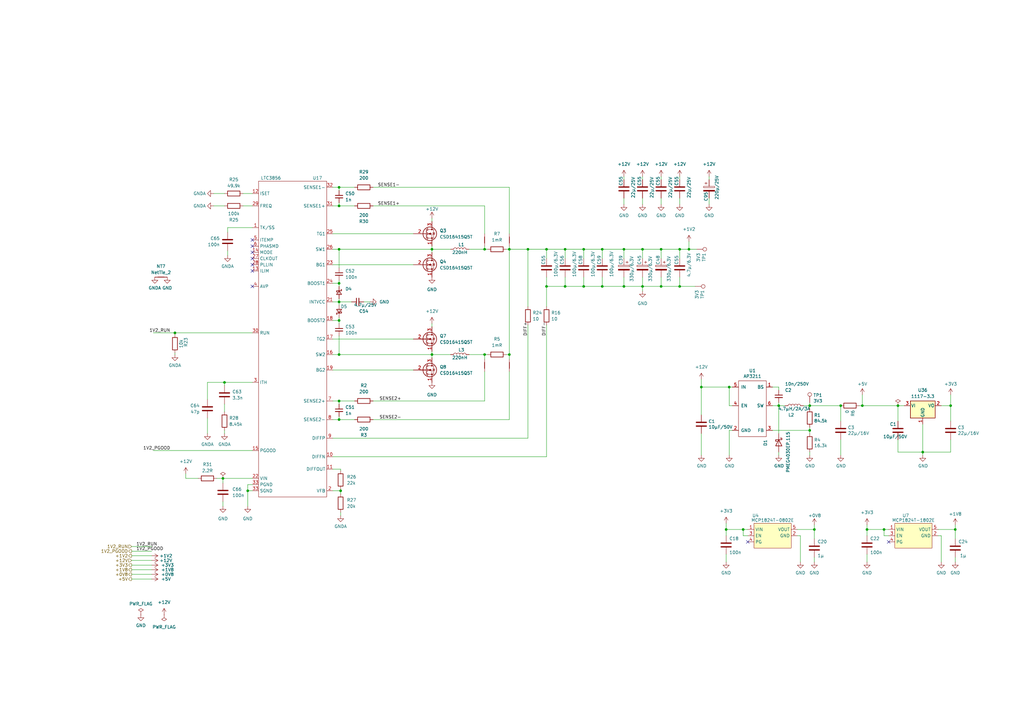
<source format=kicad_sch>
(kicad_sch (version 20231120) (generator "eeschema") (generator_version "8.0")
  (paper "A3")
  (title_block (title "BM1366 bitaxe") (date "2023-10-10") (rev "202"))
  (junction (at 101.6 201.295))
  (junction (at 139.065 76.835))
  (junction (at 355.6 217.17) (diameter 0.9144))
  (junction (at 139.065 145.415))
  (junction (at 224.155 102.235))
  (junction (at 139.065 123.825))
  (junction (at 208.915 145.415))
  (junction (at 282.575 102.235))
  (junction (at 139.065 172.085))
  (junction (at 247.015 102.235))
  (junction (at 263.525 102.235))
  (junction (at 198.755 102.235))
  (junction (at 334.01 217.17) (diameter 0.9144))
  (junction (at 71.755 136.525))
  (junction (at 139.065 164.465))
  (junction (at 91.44 196.215))
  (junction (at 297.815 217.17) (diameter 0.9144))
  (junction (at 304.8 217.17))
  (junction (at 239.395 102.235))
  (junction (at 378.46 185.42))
  (junction (at 362.585 217.17))
  (junction (at 391.795 217.17))
  (junction (at 231.775 102.235))
  (junction (at 353.695 166.37))
  (junction (at 139.065 116.205))
  (junction (at 216.535 102.235))
  (junction (at 389.89 166.37))
  (junction (at 332.105 166.37))
  (junction (at 92.075 156.845))
  (junction (at 177.165 102.235))
  (junction (at 344.805 166.37))
  (junction (at 177.165 145.415))
  (junction (at 231.775 117.475))
  (junction (at 332.105 176.53))
  (junction (at 278.765 117.475))
  (junction (at 271.145 117.475))
  (junction (at 255.905 102.235))
  (junction (at 239.395 117.475))
  (junction (at 263.525 117.475))
  (junction (at 299.085 158.75))
  (junction (at 319.405 166.37))
  (junction (at 198.755 145.415))
  (junction (at 208.915 102.235))
  (junction (at 139.065 84.455))
  (junction (at 247.015 117.475))
  (junction (at 278.765 102.235))
  (junction (at 139.065 102.235))
  (junction (at 139.065 131.445))
  (junction (at 287.655 158.75))
  (junction (at 139.7 201.295))
  (junction (at 224.155 117.475))
  (junction (at 271.145 102.235))
  (junction (at 255.905 117.475))
  (junction (at 368.3 166.37))
  (no_connect (at 103.505 98.425))
  (no_connect (at 103.505 106.045))
  (no_connect (at 103.505 117.475))
  (no_connect (at 306.705 222.25))
  (no_connect (at 103.505 103.505))
  (no_connect (at 103.505 100.965))
  (no_connect (at 103.505 111.125))
  (no_connect (at 364.49 222.25))
  (no_connect (at 103.505 108.585))
  (wire (pts (xy 192.405 145.415) (xy 198.755 145.415)))
  (wire (pts (xy 139.065 132.715) (xy 139.065 131.445)))
  (wire (pts (xy 92.075 156.845) (xy 92.075 158.115)))
  (wire (pts (xy 208.915 145.415) (xy 207.645 145.415)))
  (wire (pts (xy 62.23 233.68) (xy 53.975 233.68)))
  (wire (pts (xy 139.065 123.825) (xy 139.065 122.555)))
  (wire (pts (xy 391.795 228.6) (xy 391.795 230.505)))
  (wire (pts (xy 297.815 214.63) (xy 297.815 217.17)))
  (wire (pts (xy 139.065 116.205) (xy 139.065 117.475)))
  (wire (pts (xy 389.89 166.37) (xy 389.89 172.72)))
  (wire (pts (xy 101.6 198.755) (xy 103.505 198.755)))
  (wire (pts (xy 278.765 102.235) (xy 282.575 102.235)))
  (wire (pts (xy 177.165 102.235) (xy 184.785 102.235)))
  (wire (pts (xy 149.225 123.825) (xy 151.765 123.825)))
  (wire (pts (xy 177.165 89.535) (xy 177.165 90.805)))
  (wire (pts (xy 136.525 123.825) (xy 139.065 123.825)))
  (wire (pts (xy 177.165 144.145) (xy 177.165 145.415)))
  (wire (pts (xy 297.815 217.17) (xy 297.815 219.71)))
  (wire (pts (xy 297.815 217.17) (xy 304.8 217.17)))
  (wire (pts (xy 136.525 139.065) (xy 169.545 139.065)))
  (wire (pts (xy 139.065 130.175) (xy 139.065 131.445)))
  (wire (pts (xy 332.105 177.8) (xy 332.105 176.53)))
  (wire (pts (xy 62.23 226.06) (xy 53.975 226.06)))
  (wire (pts (xy 85.09 156.845) (xy 85.09 163.83)))
  (wire (pts (xy 263.525 102.235) (xy 263.525 106.045)))
  (wire (pts (xy 319.405 186.69) (xy 319.405 185.42)))
  (wire (pts (xy 368.3 185.42) (xy 378.46 185.42)))
  (wire (pts (xy 87.63 79.375) (xy 92.075 79.375)))
  (wire (pts (xy 198.755 102.235) (xy 200.025 102.235)))
  (wire (pts (xy 231.775 113.665) (xy 231.775 117.475)))
  (wire (pts (xy 136.525 76.835) (xy 139.065 76.835)))
  (wire (pts (xy 304.8 217.17) (xy 306.705 217.17)))
  (wire (pts (xy 136.525 108.585) (xy 169.545 108.585)))
  (wire (pts (xy 271.145 102.235) (xy 271.145 106.045)))
  (wire (pts (xy 208.915 100.965) (xy 208.915 102.235)))
  (wire (pts (xy 139.065 164.465) (xy 145.415 164.465)))
  (wire (pts (xy 136.525 84.455) (xy 139.065 84.455)))
  (wire (pts (xy 76.2 196.215) (xy 81.28 196.215)))
  (wire (pts (xy 153.035 164.465) (xy 198.755 164.465)))
  (wire (pts (xy 334.01 215.265) (xy 334.01 217.17)))
  (wire (pts (xy 62.865 136.525) (xy 71.755 136.525)))
  (wire (pts (xy 139.065 123.825) (xy 144.145 123.825)))
  (wire (pts (xy 290.83 81.28) (xy 290.83 83.82)))
  (wire (pts (xy 255.905 113.665) (xy 255.905 117.475)))
  (wire (pts (xy 319.405 166.37) (xy 321.945 166.37)))
  (wire (pts (xy 139.065 76.835) (xy 139.065 78.105)))
  (wire (pts (xy 368.3 172.72) (xy 368.3 166.37)))
  (wire (pts (xy 139.065 164.465) (xy 139.065 165.735)))
  (wire (pts (xy 139.065 114.935) (xy 139.065 116.205)))
  (wire (pts (xy 255.905 102.235) (xy 263.525 102.235)))
  (wire (pts (xy 139.065 84.455) (xy 145.415 84.455)))
  (wire (pts (xy 391.795 217.17) (xy 391.795 220.98)))
  (wire (pts (xy 332.105 176.53) (xy 332.105 175.26)))
  (wire (pts (xy 93.345 93.345) (xy 93.345 95.25)))
  (wire (pts (xy 139.7 201.295) (xy 139.7 202.565)))
  (wire (pts (xy 103.505 156.845) (xy 92.075 156.845)))
  (wire (pts (xy 208.915 102.235) (xy 216.535 102.235)))
  (wire (pts (xy 139.065 102.235) (xy 177.165 102.235)))
  (wire (pts (xy 139.065 137.795) (xy 139.065 145.415)))
  (wire (pts (xy 136.525 145.415) (xy 139.065 145.415)))
  (wire (pts (xy 299.085 186.69) (xy 299.085 176.53)))
  (wire (pts (xy 247.015 117.475) (xy 255.905 117.475)))
  (wire (pts (xy 344.805 166.37) (xy 332.105 166.37)))
  (wire (pts (xy 103.505 93.345) (xy 93.345 93.345)))
  (wire (pts (xy 287.655 170.18) (xy 287.655 158.75)))
  (wire (pts (xy 263.525 102.235) (xy 271.145 102.235)))
  (wire (pts (xy 362.585 217.17) (xy 364.49 217.17)))
  (wire (pts (xy 278.765 72.39) (xy 278.765 73.66)))
  (wire (pts (xy 255.905 72.39) (xy 255.905 73.66)))
  (wire (pts (xy 139.065 145.415) (xy 177.165 145.415)))
  (wire (pts (xy 198.755 145.415) (xy 198.755 147.32)))
  (wire (pts (xy 136.525 102.235) (xy 139.065 102.235)))
  (wire (pts (xy 192.405 102.235) (xy 198.755 102.235)))
  (wire (pts (xy 62.23 227.965) (xy 53.975 227.965)))
  (wire (pts (xy 231.775 117.475) (xy 239.395 117.475)))
  (wire (pts (xy 391.795 215.265) (xy 391.795 217.17)))
  (wire (pts (xy 353.695 161.925) (xy 353.695 166.37)))
  (wire (pts (xy 136.525 172.085) (xy 139.065 172.085)))
  (wire (pts (xy 139.065 172.085) (xy 139.065 170.815)))
  (wire (pts (xy 101.6 207.645) (xy 101.6 201.295)))
  (wire (pts (xy 355.6 217.17) (xy 362.585 217.17)))
  (wire (pts (xy 136.525 192.405) (xy 139.7 192.405)))
  (wire (pts (xy 344.805 186.69) (xy 344.805 180.34)))
  (wire (pts (xy 136.525 201.295) (xy 139.7 201.295)))
  (wire (pts (xy 316.865 176.53) (xy 332.105 176.53)))
  (wire (pts (xy 136.525 164.465) (xy 139.065 164.465)))
  (wire (pts (xy 368.3 185.42) (xy 368.3 180.34)))
  (wire (pts (xy 332.105 167.64) (xy 332.105 166.37)))
  (wire (pts (xy 304.8 219.71) (xy 306.705 219.71)))
  (wire (pts (xy 263.525 81.28) (xy 263.525 83.82)))
  (wire (pts (xy 136.525 116.205) (xy 139.065 116.205)))
  (wire (pts (xy 282.575 102.235) (xy 282.575 99.06)))
  (wire (pts (xy 378.46 185.42) (xy 389.89 185.42)))
  (wire (pts (xy 93.345 102.87) (xy 93.345 104.775)))
  (wire (pts (xy 216.535 102.235) (xy 224.155 102.235)))
  (wire (pts (xy 62.23 235.585) (xy 53.975 235.585)))
  (wire (pts (xy 368.3 166.37) (xy 370.84 166.37)))
  (wire (pts (xy 278.765 102.235) (xy 278.765 106.045)))
  (wire (pts (xy 91.44 196.215) (xy 103.505 196.215)))
  (wire (pts (xy 247.015 106.045) (xy 247.015 102.235)))
  (wire (pts (xy 224.155 102.235) (xy 231.775 102.235)))
  (wire (pts (xy 319.405 177.8) (xy 319.405 166.37)))
  (wire (pts (xy 271.145 72.39) (xy 271.145 73.66)))
  (wire (pts (xy 139.065 102.235) (xy 139.065 109.855)))
  (wire (pts (xy 139.065 123.825) (xy 139.065 125.095)))
  (wire (pts (xy 208.915 102.235) (xy 208.915 145.415)))
  (wire (pts (xy 386.08 166.37) (xy 389.89 166.37)))
  (wire (pts (xy 362.585 219.71) (xy 362.585 217.17)))
  (wire (pts (xy 62.23 224.155) (xy 53.975 224.155)))
  (wire (pts (xy 224.155 187.325) (xy 224.155 133.35)))
  (wire (pts (xy 53.975 237.49) (xy 62.23 237.49)))
  (wire (pts (xy 91.44 196.215) (xy 91.44 198.12)))
  (wire (pts (xy 316.865 158.75) (xy 319.405 158.75)))
  (wire (pts (xy 239.395 102.235) (xy 239.395 106.045)))
  (wire (pts (xy 71.755 136.525) (xy 103.505 136.525)))
  (wire (pts (xy 332.105 186.69) (xy 332.105 185.42)))
  (wire (pts (xy 177.165 145.415) (xy 177.165 146.685)))
  (wire (pts (xy 319.405 166.37) (xy 319.405 165.1)))
  (wire (pts (xy 389.89 185.42) (xy 389.89 180.34)))
  (wire (pts (xy 224.155 117.475) (xy 231.775 117.475)))
  (wire (pts (xy 177.165 145.415) (xy 184.785 145.415)))
  (wire (pts (xy 198.755 145.415) (xy 200.025 145.415)))
  (wire (pts (xy 153.035 172.085) (xy 208.915 172.085)))
  (wire (pts (xy 334.01 228.6) (xy 334.01 230.505)))
  (wire (pts (xy 231.775 102.235) (xy 231.775 106.045)))
  (wire (pts (xy 136.525 95.885) (xy 169.545 95.885)))
  (wire (pts (xy 87.63 84.455) (xy 92.075 84.455)))
  (wire (pts (xy 71.755 136.525) (xy 71.755 137.16)))
  (wire (pts (xy 287.655 155.575) (xy 287.655 158.75)))
  (wire (pts (xy 224.155 117.475) (xy 224.155 125.73)))
  (wire (pts (xy 136.525 187.325) (xy 224.155 187.325)))
  (wire (pts (xy 177.165 102.235) (xy 177.165 103.505)))
  (wire (pts (xy 208.915 152.4) (xy 208.915 172.085)))
  (wire (pts (xy 271.145 117.475) (xy 278.765 117.475)))
  (wire (pts (xy 139.065 172.085) (xy 145.415 172.085)))
  (wire (pts (xy 99.695 79.375) (xy 103.505 79.375)))
  (wire (pts (xy 247.015 113.665) (xy 247.015 117.475)))
  (wire (pts (xy 299.085 158.75) (xy 300.355 158.75)))
  (wire (pts (xy 355.6 227.33) (xy 355.6 230.505)))
  (wire (pts (xy 136.525 151.765) (xy 169.545 151.765)))
  (wire (pts (xy 177.165 102.235) (xy 177.165 100.965)))
  (wire (pts (xy 92.075 156.845) (xy 85.09 156.845)))
  (wire (pts (xy 389.89 161.925) (xy 389.89 166.37)))
  (wire (pts (xy 255.905 102.235) (xy 255.905 106.045)))
  (wire (pts (xy 76.2 194.31) (xy 76.2 196.215)))
  (wire (pts (xy 378.46 173.99) (xy 378.46 185.42)))
  (wire (pts (xy 208.915 102.235) (xy 207.645 102.235)))
  (wire (pts (xy 362.585 219.71) (xy 364.49 219.71)))
  (wire (pts (xy 239.395 113.665) (xy 239.395 117.475)))
  (wire (pts (xy 278.765 117.475) (xy 278.765 113.665)))
  (wire (pts (xy 224.155 113.665) (xy 224.155 117.475)))
  (wire (pts (xy 139.065 76.835) (xy 145.415 76.835)))
  (wire (pts (xy 355.6 215.265) (xy 355.6 217.17)))
  (wire (pts (xy 327.025 217.17) (xy 334.01 217.17)))
  (wire (pts (xy 287.655 158.75) (xy 299.085 158.75)))
  (wire (pts (xy 263.525 117.475) (xy 271.145 117.475)))
  (wire (pts (xy 62.23 229.87) (xy 53.975 229.87)))
  (wire (pts (xy 355.6 217.17) (xy 355.6 219.71)))
  (wire (pts (xy 263.525 117.475) (xy 263.525 119.38)))
  (wire (pts (xy 332.105 166.37) (xy 329.565 166.37)))
  (wire (pts (xy 85.09 171.45) (xy 85.09 177.8)))
  (wire (pts (xy 271.145 81.28) (xy 271.145 83.82)))
  (wire (pts (xy 216.535 179.705) (xy 136.525 179.705)))
  (wire (pts (xy 91.44 205.74) (xy 91.44 207.645)))
  (wire (pts (xy 299.085 158.75) (xy 299.085 166.37)))
  (wire (pts (xy 239.395 102.235) (xy 247.015 102.235)))
  (wire (pts (xy 153.035 84.455) (xy 198.755 84.455)))
  (wire (pts (xy 139.7 201.295) (xy 139.7 200.66)))
  (wire (pts (xy 353.695 166.37) (xy 368.3 166.37)))
  (wire (pts (xy 177.165 132.715) (xy 177.165 133.985)))
  (wire (pts (xy 71.755 145.415) (xy 71.755 144.78)))
  (wire (pts (xy 316.865 166.37) (xy 319.405 166.37)))
  (wire (pts (xy 297.815 227.33) (xy 297.815 230.505)))
  (wire (pts (xy 208.915 76.835) (xy 208.915 95.885)))
  (wire (pts (xy 263.525 113.665) (xy 263.525 117.475)))
  (wire (pts (xy 198.755 84.455) (xy 198.755 95.885)))
  (wire (pts (xy 290.83 72.39) (xy 290.83 73.66)))
  (wire (pts (xy 216.535 102.235) (xy 216.535 125.73)))
  (wire (pts (xy 198.755 100.965) (xy 198.755 102.235)))
  (wire (pts (xy 101.6 201.295) (xy 101.6 198.755)))
  (wire (pts (xy 344.805 172.72) (xy 344.805 166.37)))
  (wire (pts (xy 328.295 219.71) (xy 328.295 230.505)))
  (wire (pts (xy 271.145 113.665) (xy 271.145 117.475)))
  (wire (pts (xy 386.08 219.71) (xy 386.08 230.505)))
  (wire (pts (xy 299.085 176.53) (xy 300.355 176.53)))
  (wire (pts (xy 278.765 117.475) (xy 285.115 117.475)))
  (wire (pts (xy 62.23 231.775) (xy 53.975 231.775)))
  (wire (pts (xy 328.295 219.71) (xy 327.025 219.71)))
  (wire (pts (xy 139.065 84.455) (xy 139.065 83.185)))
  (wire (pts (xy 386.08 219.71) (xy 384.81 219.71)))
  (wire (pts (xy 62.865 184.785) (xy 103.505 184.785)))
  (wire (pts (xy 384.81 217.17) (xy 391.795 217.17)))
  (wire (pts (xy 378.46 185.42) (xy 378.46 186.69)))
  (wire (pts (xy 224.155 106.045) (xy 224.155 102.235)))
  (wire (pts (xy 287.655 186.69) (xy 287.655 177.8)))
  (wire (pts (xy 332.105 165.1) (xy 332.105 166.37)))
  (wire (pts (xy 139.7 210.185) (xy 139.7 211.455)))
  (wire (pts (xy 353.695 166.37) (xy 352.425 166.37)))
  (wire (pts (xy 92.075 176.53) (xy 92.075 177.8)))
  (wire (pts (xy 278.765 81.28) (xy 278.765 83.82)))
  (wire (pts (xy 216.535 133.35) (xy 216.535 179.705)))
  (wire (pts (xy 239.395 117.475) (xy 247.015 117.475)))
  (wire (pts (xy 255.905 117.475) (xy 263.525 117.475)))
  (wire (pts (xy 92.075 165.735) (xy 92.075 168.91)))
  (wire (pts (xy 136.525 131.445) (xy 139.065 131.445)))
  (wire (pts (xy 334.01 217.17) (xy 334.01 220.98)))
  (wire (pts (xy 153.035 76.835) (xy 208.915 76.835)))
  (wire (pts (xy 271.145 102.235) (xy 278.765 102.235)))
  (wire (pts (xy 99.695 84.455) (xy 103.505 84.455)))
  (wire (pts (xy 282.575 102.235) (xy 285.75 102.235)))
  (wire (pts (xy 299.085 166.37) (xy 300.355 166.37)))
  (wire (pts (xy 101.6 201.295) (xy 103.505 201.295)))
  (wire (pts (xy 198.755 152.4) (xy 198.755 164.465)))
  (wire (pts (xy 208.915 145.415) (xy 208.915 147.32)))
  (wire (pts (xy 304.8 219.71) (xy 304.8 217.17)))
  (wire (pts (xy 139.7 192.405) (xy 139.7 193.04)))
  (wire (pts (xy 247.015 102.235) (xy 255.905 102.235)))
  (wire (pts (xy 255.905 81.28) (xy 255.905 83.82)))
  (wire (pts (xy 319.405 158.75) (xy 319.405 160.02)))
  (wire (pts (xy 88.9 196.215) (xy 91.44 196.215)))
  (wire (pts (xy 263.525 72.39) (xy 263.525 73.66)))
  (wire (pts (xy 231.775 102.235) (xy 239.395 102.235)))
  (label "DIFF-" (at 224.155 137.795 90))
  (label "SENSE1-" (at 154.94 76.835 0))
  (label "1V2_PGOOD" (at 55.88 226.06 0))
  (label "SENSE1+" (at 154.94 84.455 0))
  (label "DIFF+" (at 216.535 137.795 90))
  (label "1V2_RUN" (at 55.88 224.155 0))
  (label "1V2_PGOOD" (at 69.85 184.785 180))
  (label "SENSE2+" (at 155.575 164.465 0))
  (label "1V2_RUN" (at 69.85 136.525 180))
  (label "SENSE2-" (at 155.575 172.085 0))
  (hierarchical_label "+1V2" (shape output) (at 53.975 227.965 180))
  (hierarchical_label "+1V8" (shape output) (at 53.975 233.68 180))
  (hierarchical_label "+5V" (shape output) (at 53.975 237.49 180))
  (hierarchical_label "+12V" (shape input) (at 53.975 229.87 180))
  (hierarchical_label "+0V8" (shape output) (at 53.975 235.585 180))
  (hierarchical_label "+3V3" (shape output) (at 53.975 231.775 180))
  (hierarchical_label "1V2_PGOOD" (shape output) (at 53.975 226.06 180))
  (hierarchical_label "1V2_RUN" (shape input) (at 53.975 224.155 180))
  (symbol (lib_id "Device:R") (at 149.225 164.465 90) (unit 1)
    (property "Reference" "R2" (at 149.225 158.115 90))
    (property "Value" "200" (at 149.225 160.655 90))
    (property "Footprint" "Resistor_SMD:R_0805_2012Metric" (effects (hide yes)))
  )
  (symbol (lib_id "Device:C") (at 263.525 77.47 0) (unit 1)
    (property "Reference" "C55" (at 262.255 76.2 90) (effects (justify left)))
    (property "Value" "22µ/25V" (at 267.335 81.28 90) (effects (justify left)))
    (property "Footprint" "Capacitor_SMD:C_1210_3225Metric" (effects (hide yes)))
    (property "Distributor" "D" (effects (hide yes)))
    (property "Manufacturer" "C1210C226K3PAC7800" (effects (hide yes)))
    (property "OrderNr" "399-C1210C226K3PAC7800CT-ND" (effects (hide yes)))
  )
  (symbol (lib_id "power:+3V3") (at 355.6 215.265 0) (unit 1)
    (property "Reference" "#PWR042" (effects (hide yes)))
    (property "Value" "+3V3" (at 355.6 210.185 0))
  )
  (symbol (lib_id "Device:C_Small") (at 319.405 162.56 0) (unit 1)
    (property "Reference" "C2" (at 321.945 160.02 0) (effects (justify left)))
    (property "Value" "10n/250V" (at 321.945 157.48 0) (effects (justify left)))
    (property "Footprint" "Capacitor_SMD:C_0805_2012Metric" (effects (hide yes)))
  )
  (symbol (lib_id "Device:L") (at 188.595 145.415 90) (unit 1)
    (property "Reference" "L3" (at 189.23 143.51 90))
    (property "Value" "220nH" (at 188.595 146.685 90))
    (property "Footprint" "myfootprints:IFLR-4031GC-01-8x10" (effects (hide yes)))
    (property "Distributor" "D" (effects (hide yes)))
    (property "Manufacturer" "FP1008R5-R220-R" (effects (hide yes)))
    (property "OrderNr" "283-FP1008R5-R220-RCT-ND" (effects (hide yes)))
  )
  (symbol (lib_id "Device:D_Schottky") (at 319.405 181.61 270) (unit 1)
    (property "Reference" "D1" (at 313.9186 181.61 0))
    (property "Value" "PMEG4030EP,115" (at 323.215 185.42 0))
    (property "Footprint" "Diode_SMD:D_SOD-128" (effects (hide yes)))
    (property "Distributor" "D" (effects (hide yes)))
    (property "Manufacturer" "PMEG4030EP,115" (effects (hide yes)))
    (property "OrderNr" "1727-5841-1-ND" (effects (hide yes)))
  )
  (symbol (lib_id "Device:C_Polarized") (at 271.145 109.855 0) (mirror y) (unit 1)
    (property "Reference" "C48" (at 269.875 108.585 90) (effects (justify left)))
    (property "Value" "330µ/6.3V" (at 274.32 115.57 90) (effects (justify left)))
    (property "Footprint" "Capacitor_Tantalum_SMD:CP_EIA-7343-15_Kemet-W" (effects (hide yes)))
    (property "Distributor" "D" (effects (hide yes)))
    (property "Manufacturer" "ECG-SY0J331R" (effects (hide yes)))
    (property "OrderNr" "P122483CT-ND" (effects (hide yes)))
  )
  (symbol (lib_id "Device:C") (at 368.3 176.53 0) (mirror y) (unit 1)
    (property "Reference" "C1" (at 367.665 173.99 0) (effects (justify left)))
    (property "Value" "10µF/50V" (at 372.11 179.07 0) (effects (justify left)))
    (property "Footprint" "Capacitor_SMD:C_1206_3216Metric" (effects (hide yes)))
  )
  (symbol (lib_id "power:GND") (at 328.295 230.505 0) (mirror y) (unit 1)
    (property "Reference" "#PWR039" (effects (hide yes)))
    (property "Value" "GND" (at 328.295 234.95 0))
  )
  (symbol (lib_id "power:PWR_FLAG") (at 368.3 166.37 0) (unit 1)
    (property "Reference" "#FLG03" (effects (hide yes)))
    (property "Value" "PWR_FLAG" (effects (hide yes)))
  )
  (symbol (lib_id "Device:R") (at 92.075 172.72 0) (unit 1)
    (property "Reference" "R28" (at 93.98 171.45 0) (effects (justify left)))
    (property "Value" "8.45k" (at 93.98 173.99 0) (effects (justify left)))
    (property "Footprint" "Resistor_SMD:R_0805_2012Metric" (effects (hide yes)))
  )
  (symbol (lib_id "power:GNDA") (at 87.63 84.455 270) (unit 1)
    (property "Reference" "#PWR017" (effects (hide yes)))
    (property "Value" "GNDA" (at 84.455 84.455 90) (effects (justify right)))
  )
  (symbol (lib_id "power:+12V") (at 287.655 155.575 0) (unit 1)
    (property "Reference" "#PWR08" (effects (hide yes)))
    (property "Value" "+12V" (at 287.655 150.495 0))
  )
  (symbol (lib_id "Device:C_Polarized") (at 263.525 109.855 0) (mirror y) (unit 1)
    (property "Reference" "C45" (at 262.255 108.585 90) (effects (justify left)))
    (property "Value" "330µ/6.3V" (at 266.7 115.57 90) (effects (justify left)))
    (property "Footprint" "Capacitor_Tantalum_SMD:CP_EIA-7343-15_Kemet-W" (effects (hide yes)))
    (property "Distributor" "D" (effects (hide yes)))
    (property "Manufacturer" "ECG-SY0J331R" (effects (hide yes)))
    (property "OrderNr" "P122483CT-ND" (effects (hide yes)))
  )
  (symbol (lib_id "Device:R") (at 149.225 84.455 270) (unit 1)
    (property "Reference" "R30" (at 149.225 90.805 90))
    (property "Value" "200" (at 149.225 88.265 90))
    (property "Footprint" "Resistor_SMD:R_0805_2012Metric" (effects (hide yes)))
  )
  (symbol (lib_id "power:+3V3") (at 389.89 161.925 0) (unit 1)
    (property "Reference" "#PWR0203" (effects (hide yes)))
    (property "Value" "+3V3" (at 389.89 157.48 0))
  )
  (symbol (lib_id "power:GNDA") (at 92.075 177.8 0) (unit 1)
    (property "Reference" "#PWR016" (effects (hide yes)))
    (property "Value" "GNDA" (at 92.075 182.245 0))
  )
  (symbol (lib_id "Device:R") (at 85.09 196.215 90) (unit 1)
    (property "Reference" "R31" (at 85.09 190.5 90))
    (property "Value" "2.2R" (at 85.09 193.04 90))
    (property "Footprint" "Resistor_SMD:R_1206_3216Metric" (effects (hide yes)))
  )
  (symbol (lib_id "power:GNDA") (at 139.7 211.455 0) (unit 1)
    (property "Reference" "#PWR019" (effects (hide yes)))
    (property "Value" "GNDA" (at 139.7 215.9 0))
  )
  (symbol (lib_id "power:GND") (at 378.46 186.69 0) (unit 1)
    (property "Reference" "#PWR03" (effects (hide yes)))
    (property "Value" "GND" (at 378.587 191.0842 0))
  )
  (symbol (lib_id "Device:C") (at 224.155 109.855 0) (unit 1)
    (property "Reference" "C55" (at 222.885 108.585 90) (effects (justify left)))
    (property "Value" "100µ/6.3V" (at 227.965 113.665 90) (effects (justify left)))
    (property "Footprint" "Capacitor_SMD:C_1210_3225Metric" (effects (hide yes)))
    (property "Distributor" "D" (effects (hide yes)))
    (property "Manufacturer" "C1210C107M9PAC7800" (effects (hide yes)))
    (property "OrderNr" "399-C1210C107M9PAC7800CT-ND" (effects (hide yes)))
  )
  (symbol (lib_id "Device:C") (at 344.805 176.53 0) (unit 1)
    (property "Reference" "C3" (at 347.726 175.3616 0) (effects (justify left)))
    (property "Value" "22µ/16V" (at 347.726 177.673 0) (effects (justify left)))
    (property "Footprint" "Capacitor_SMD:C_1206_3216Metric" (effects (hide yes)))
  )
  (symbol (lib_id "power:GNDA") (at 71.755 145.415 0) (unit 1)
    (property "Reference" "#PWR022" (effects (hide yes)))
    (property "Value" "GNDA" (at 71.755 149.86 0))
  )
  (symbol (lib_id "mylib7:+0V8") (at 334.01 215.265 0) (unit 1)
    (property "Reference" "U5" (effects (hide yes)))
    (property "Value" "+0V8" (at 331.47 211.455 0) (effects (justify left)))
    (property "Distributor" "-" (effects (hide yes)))
  )
  (symbol (lib_id "Device:L") (at 325.755 166.37 90) (unit 1)
    (property "Reference" "L2" (at 324.485 170.18 90))
    (property "Value" "4.7µH/2A/3A" (at 325.755 167.64 90))
    (property "Footprint" "Inductor_SMD:L_Taiyo-Yuden_NR-50xx" (effects (hide yes)))
    (property "Distributor" "D" (effects (hide yes)))
    (property "Manufacturer" "LQH5BPN4R7NT0L" (effects (hide yes)))
    (property "OrderNr" "490-7779-1-ND" (effects (hide yes)))
  )
  (symbol (lib_id "power:+12V") (at 177.165 89.535 0) (unit 1)
    (property "Reference" "#PWR0128" (effects (hide yes)))
    (property "Value" "+12V" (at 177.165 85.725 0))
  )
  (symbol (lib_id "Device:R") (at 332.105 181.61 0) (unit 1)
    (property "Reference" "R4" (at 333.883 180.4416 0) (effects (justify left)))
    (property "Value" "16.3k" (at 333.883 182.753 0) (effects (justify left)))
    (property "Footprint" "Resistor_SMD:R_0805_2012Metric" (effects (hide yes)))
  )
  (symbol (lib_id "Device:C") (at 271.145 77.47 0) (unit 1)
    (property "Reference" "C55" (at 269.875 76.2 90) (effects (justify left)))
    (property "Value" "22µ/25V" (at 274.955 81.28 90) (effects (justify left)))
    (property "Footprint" "Capacitor_SMD:C_1210_3225Metric" (effects (hide yes)))
    (property "Distributor" "D" (effects (hide yes)))
    (property "Manufacturer" "C1210C226K3PAC7800" (effects (hide yes)))
    (property "OrderNr" "399-C1210C226K3PAC7800CT-ND" (effects (hide yes)))
  )
  (symbol (lib_id "Device:NetTie_2") (at 208.915 98.425 90) (unit 1) (in_bom no)
    (property "Reference" "NT3" (effects (hide yes)))
    (property "Value" "NetTie_2" (effects (hide yes)))
    (property "Footprint" "NetTie:NetTie-2_SMD_Pad0.5mm" (effects (hide yes)))
    (property "Distributor" "-" (effects (hide yes)))
  )
  (symbol (lib_id "power:GND") (at 299.085 186.69 0) (unit 1)
    (property "Reference" "#PWR02" (effects (hide yes)))
    (property "Value" "GND" (at 299.212 191.0842 0))
  )
  (symbol (lib_id "Device:Q_NMOS_SGD") (at 174.625 108.585 0) (unit 1)
    (property "Reference" "Q4" (at 180.34 107.315 0) (effects (justify left)))
    (property "Value" "CSD16415Q5T" (at 180.34 109.855 0) (effects (justify left)))
    (property "Footprint" "Package_SON:VSONP-8-1EP_5x6_P1.27mm" (effects (hide yes)))
    (property "Distributor" "D" (effects (hide yes)))
    (property "Manufacturer" "CSD16415Q5T" (effects (hide yes)))
    (property "OrderNr" "296-49598-1-ND" (effects (hide yes)))
  )
  (symbol (lib_id "power:GND") (at 290.83 83.82 0) (unit 1)
    (property "Reference" "#PWR0137" (effects (hide yes)))
    (property "Value" "GND" (at 290.83 88.392 0))
  )
  (symbol (lib_id "power:PWR_FLAG") (at 91.44 196.215 0) (unit 1)
    (property "Reference" "#FLG01" (effects (hide yes)))
    (property "Value" "PWR_FLAG" (effects (hide yes)))
  )
  (symbol (lib_id "power:GNDA") (at 85.09 177.8 0) (unit 1)
    (property "Reference" "#PWR0229" (effects (hide yes)))
    (property "Value" "GNDA" (at 85.09 182.245 0))
  )
  (symbol (lib_id "power:+12V") (at 290.83 72.39 0) (unit 1)
    (property "Reference" "#PWR0139" (effects (hide yes)))
    (property "Value" "+12V" (at 290.83 67.31 0))
  )
  (symbol (lib_id "Device:L") (at 188.595 102.235 90) (unit 1)
    (property "Reference" "L1" (at 189.23 100.33 90))
    (property "Value" "220nH" (at 188.595 103.505 90))
    (property "Footprint" "myfootprints:IFLR-4031GC-01-8x10" (effects (hide yes)))
    (property "Distributor" "D" (effects (hide yes)))
    (property "Manufacturer" "FP1008R5-R220-R" (effects (hide yes)))
    (property "OrderNr" "283-FP1008R5-R220-RCT-ND" (effects (hide yes)))
  )
  (symbol (lib_id "Device:C") (at 231.775 109.855 0) (unit 1)
    (property "Reference" "C56" (at 230.505 108.585 90) (effects (justify left)))
    (property "Value" "100µ/6.3V" (at 235.585 113.665 90) (effects (justify left)))
    (property "Footprint" "Capacitor_SMD:C_1210_3225Metric" (effects (hide yes)))
    (property "Distributor" "D" (effects (hide yes)))
    (property "Manufacturer" "C1210C107M9PAC7800" (effects (hide yes)))
    (property "OrderNr" "399-C1210C107M9PAC7800CT-ND" (effects (hide yes)))
  )
  (symbol (lib_id "power:GND") (at 177.165 113.665 0) (unit 1)
    (property "Reference" "#PWR087" (effects (hide yes)))
    (property "Value" "GND" (at 177.165 118.745 0))
  )
  (symbol (lib_id "Device:Q_NMOS_SGD") (at 174.625 95.885 0) (unit 1)
    (property "Reference" "Q3" (at 180.34 94.615 0) (effects (justify left)))
    (property "Value" "CSD16415Q5T" (at 180.34 97.155 0) (effects (justify left)))
    (property "Footprint" "Package_SON:VSONP-8-1EP_5x6_P1.27mm" (effects (hide yes)))
    (property "Distributor" "D" (effects (hide yes)))
    (property "Manufacturer" "CSD16415Q5T" (effects (hide yes)))
    (property "OrderNr" "296-49598-1-ND" (effects (hide yes)))
  )
  (symbol (lib_id "Device:C") (at 91.44 201.93 180) (unit 1)
    (property "Reference" "C66" (at 95.25 200.66 0) (effects (justify right)))
    (property "Value" "100n" (at 95.25 203.2 0) (effects (justify right)))
    (property "Footprint" "Capacitor_SMD:C_0805_2012Metric" (effects (hide yes)))
  )
  (symbol (lib_id "power:GND") (at 334.01 230.505 0) (mirror y) (unit 1)
    (property "Reference" "#PWR040" (effects (hide yes)))
    (property "Value" "GND" (at 334.01 234.95 0))
  )
  (symbol (lib_id "power:GND") (at 151.765 123.825 90) (unit 1)
    (property "Reference" "#PWR0126" (effects (hide yes)))
    (property "Value" "GND" (at 155.575 123.825 90) (effects (justify right)))
  )
  (symbol (lib_id "Device:C") (at 239.395 109.855 0) (unit 1)
    (property "Reference" "C58" (at 238.125 108.585 90) (effects (justify left)))
    (property "Value" "100µ/6.3V" (at 243.205 113.665 90) (effects (justify left)))
    (property "Footprint" "Capacitor_SMD:C_1210_3225Metric" (effects (hide yes)))
    (property "Distributor" "D" (effects (hide yes)))
    (property "Manufacturer" "C1210C107M9PAC7800" (effects (hide yes)))
    (property "OrderNr" "399-C1210C107M9PAC7800CT-ND" (effects (hide yes)))
  )
  (symbol (lib_id "power:GND") (at 177.165 156.845 0) (unit 1)
    (property "Reference" "#PWR0125" (effects (hide yes)))
    (property "Value" "GND" (at 177.165 161.925 0))
  )
  (symbol (lib_id "Device:C_Small") (at 146.685 123.825 90) (unit 1)
    (property "Reference" "C54" (at 149.225 127.635 90))
    (property "Value" "4.7µ/25V" (at 149.86 125.095 90))
    (property "Footprint" "Capacitor_SMD:C_0805_2012Metric" (effects (hide yes)))
  )
  (symbol (lib_id "Device:NetTie_2") (at 66.04 113.665 0) (unit 1) (in_bom no)
    (property "Reference" "NT7" (at 66.04 109.22 0))
    (property "Value" "NetTie_2" (at 66.04 111.76 0))
    (property "Footprint" "myfootprints:NetTie-2_L3_SMD_Pad0.5mm" (effects (hide yes)))
  )
  (symbol (lib_id "pferdibank-rescue:AP3211-mylib") (at 309.245 166.37 0) (unit 1)
    (property "Reference" "U1" (at 308.61 152.019 0))
    (property "Value" "AP3211" (at 308.61 154.3304 0))
    (property "Footprint" "Package_TO_SOT_SMD:SOT-23-6" (effects (hide yes)))
    (property "Distributor" "D" (effects (hide yes)))
    (property "Manufacturer" "AP3211KTR-G1" (effects (hide yes)))
    (property "OrderNr" "AP3211KTR-G1DICT-ND" (effects (hide yes)))
  )
  (symbol (lib_id "power:+1V2") (at 62.23 227.965 270) (mirror x) (unit 1)
    (property "Reference" "#PWR05" (effects (hide yes)))
    (property "Value" "+1V2" (at 65.405 227.965 90) (effects (justify left)))
  )
  (symbol (lib_id "Device:R") (at 203.835 102.235 90) (unit 1)
    (property "Reference" "R7" (at 203.835 95.885 90))
    (property "Value" "1mR" (at 203.835 98.425 90))
    (property "Footprint" "Resistor_SMD:R_2010_5025Metric" (effects (hide yes)))
    (property "Distributor" "D" (effects (hide yes)))
    (property "Manufacturer" "TLR2HWDTE1L00F50" (effects (hide yes)))
    (property "OrderNr" "2019-TLR2HWDTE1L00F50CT-ND" (effects (hide yes)))
  )
  (symbol (lib_id "Device:R") (at 216.535 129.54 0) (unit 1)
    (property "Reference" "R24" (at 218.44 128.27 0) (effects (justify left)))
    (property "Value" "10" (at 218.44 130.81 0) (effects (justify left)))
    (property "Footprint" "Resistor_SMD:R_0805_2012Metric" (effects (hide yes)))
  )
  (symbol (lib_id "power:GND") (at 101.6 207.645 0) (unit 1)
    (property "Reference" "#PWR0140" (effects (hide yes)))
    (property "Value" "GND" (at 101.6 212.725 0))
  )
  (symbol (lib_id "power:GND") (at 332.105 186.69 0) (unit 1)
    (property "Reference" "#PWR04" (effects (hide yes)))
    (property "Value" "GND" (at 332.232 191.0842 0))
  )
  (symbol (lib_id "Device:R") (at 332.105 171.45 0) (unit 1)
    (property "Reference" "R1" (at 333.883 170.2816 0) (effects (justify left)))
    (property "Value" "84.5k" (at 333.883 172.593 0) (effects (justify left)))
    (property "Footprint" "Resistor_SMD:R_0805_2012Metric" (effects (hide yes)))
  )
  (symbol (lib_id "power:+1V8") (at 391.795 215.265 0) (unit 1)
    (property "Reference" "#PWR048" (effects (hide yes)))
    (property "Value" "+1V8" (at 391.795 210.82 0))
  )
  (symbol (lib_id "Device:R") (at 348.615 166.37 90) (unit 1)
    (property "Reference" "R6" (at 349.7834 168.148 0) (effects (justify right)))
    (property "Value" "0" (at 347.472 168.148 0) (effects (justify right)))
    (property "Footprint" "Resistor_SMD:R_1210_3225Metric" (effects (hide yes)))
  )
  (symbol (lib_id "Device:C") (at 287.655 173.99 0) (unit 1)
    (property "Reference" "C1" (at 290.576 172.8216 0) (effects (justify left)))
    (property "Value" "10µF/50V" (at 290.576 175.133 0) (effects (justify left)))
    (property "Footprint" "Capacitor_SMD:C_1206_3216Metric" (effects (hide yes)))
  )
  (symbol (lib_id "Connector:TestPoint") (at 332.105 165.1 0) (unit 1)
    (property "Reference" "TP1" (at 333.5782 162.1028 0) (effects (justify left)))
    (property "Value" "3V3" (at 333.5782 164.4142 0) (effects (justify left)))
    (property "Footprint" "TestPoint:TestPoint_Pad_2.0x2.0mm" (effects (hide yes)))
    (property "Distributor" "-" (effects (hide yes)))
  )
  (symbol (lib_id "power:GNDA") (at 87.63 79.375 270) (unit 1)
    (property "Reference" "#PWR020" (effects (hide yes)))
    (property "Value" "GNDA" (at 84.455 79.375 90) (effects (justify right)))
  )
  (symbol (lib_id "mylib7:LTC3856_reduced") (at 118.745 112.395 0) (unit 1)
    (property "Reference" "U17" (at 130.175 73.025 0))
    (property "Value" "LTC3856" (at 111.125 73.025 0))
    (property "Footprint" "Package_DFN_QFN:QFN-32-1EP_5x5mm_P0.5mm_EP3.45x3.45mm_ThermalVias" (effects (hide yes)))
    (property "Distributor" "D" (effects (hide yes)))
    (property "Manufacturer" "LTC3856EUH#PBF" (effects (hide yes)))
    (property "OrderNr" "LTC3856EUH#PBF-ND" (effects (hide yes)))
  )
  (symbol (lib_id "Device:C") (at 92.075 161.925 0) (unit 1)
    (property "Reference" "C63" (at 95.25 160.655 0) (effects (justify left)))
    (property "Value" "3.3n" (at 95.25 163.195 0) (effects (justify left)))
    (property "Footprint" "Capacitor_SMD:C_0805_2012Metric" (effects (hide yes)))
  )
  (symbol (lib_id "Device:C_Small") (at 139.065 168.275 0) (unit 1)
    (property "Reference" "C51" (at 141.605 167.0113 0) (effects (justify left)))
    (property "Value" "1n" (at 141.605 169.5513 0) (effects (justify left)))
    (property "Footprint" "Capacitor_SMD:C_0805_2012Metric" (effects (hide yes)))
  )
  (symbol (lib_id "power:GND") (at 278.765 83.82 0) (unit 1)
    (property "Reference" "#PWR0137" (effects (hide yes)))
    (property "Value" "GND" (at 278.765 88.392 0))
  )
  (symbol (lib_id "power:GND") (at 263.525 83.82 0) (unit 1)
    (property "Reference" "#PWR0137" (effects (hide yes)))
    (property "Value" "GND" (at 263.525 88.392 0))
  )
  (symbol (lib_id "Device:R") (at 139.7 206.375 0) (unit 1)
    (property "Reference" "R27" (at 142.24 205.105 0) (effects (justify left)))
    (property "Value" "20k" (at 142.24 207.645 0) (effects (justify left)))
    (property "Footprint" "Resistor_SMD:R_0805_2012Metric" (effects (hide yes)))
  )
  (symbol (lib_id "power:GND") (at 91.44 207.645 0) (unit 1)
    (property "Reference" "#PWR0141" (effects (hide yes)))
    (property "Value" "GND" (at 91.44 212.725 0))
  )
  (symbol (lib_id "power:GND") (at 263.525 119.38 0) (unit 1)
    (property "Reference" "#PWR0135" (effects (hide yes)))
    (property "Value" "GND" (at 263.525 124.46 0))
  )
  (symbol (lib_id "power:PWR_FLAG") (at 57.785 252.095 0) (unit 1)
    (property "Reference" "#FLG04" (effects (hide yes)))
    (property "Value" "PWR_FLAG" (at 57.785 247.65 0))
  )
  (symbol (lib_id "power:GND") (at 386.08 230.505 0) (mirror y) (unit 1)
    (property "Reference" "#PWR047" (effects (hide yes)))
    (property "Value" "GND" (at 386.08 234.95 0))
  )
  (symbol (lib_id "power:GND") (at 255.905 83.82 0) (unit 1)
    (property "Reference" "#PWR0137" (effects (hide yes)))
    (property "Value" "GND" (at 255.905 88.392 0))
  )
  (symbol (lib_id "Device:C") (at 93.345 99.06 0) (mirror y) (unit 1)
    (property "Reference" "C65" (at 90.17 97.79 0) (effects (justify left)))
    (property "Value" "100n" (at 90.17 100.33 0) (effects (justify left)))
    (property "Footprint" "Capacitor_SMD:C_0805_2012Metric" (effects (hide yes)))
  )
  (symbol (lib_id "Device:NetTie_2") (at 208.915 149.86 90) (unit 1) (in_bom no)
    (property "Reference" "NT1" (effects (hide yes)))
    (property "Value" "NetTie_2" (effects (hide yes)))
    (property "Footprint" "NetTie:NetTie-2_SMD_Pad0.5mm" (effects (hide yes)))
    (property "Distributor" "-" (effects (hide yes)))
  )
  (symbol (lib_id "power:+1V8") (at 62.23 233.68 270) (mirror x) (unit 1)
    (property "Reference" "#PWR010" (effects (hide yes)))
    (property "Value" "+1V8" (at 66.04 233.68 90) (effects (justify left)))
  )
  (symbol (lib_id "power:GND") (at 57.785 252.095 0) (unit 1)
    (property "Reference" "#PWR02" (effects (hide yes)))
    (property "Value" "GND" (at 57.785 256.54 0))
  )
  (symbol (lib_name "MCP1824_1") (lib_id "bitaxe:MCP1824") (at 316.865 218.44 0) (unit 1)
    (property "Reference" "U4" (at 309.88 211.455 0))
    (property "Value" "MCP1824T-0802E" (at 316.865 213.36 0))
    (property "Footprint" "Package_TO_SOT_SMD:SOT-23-5" (effects (hide yes)))
    (property "Datasheet" "https://ww1.microchip.com/downloads/en/DeviceDoc/22070a.pdf" (effects (hide yes)))
    (property "OrderNr" "MCP1824T-0802E/OTCT-ND" (effects (hide yes)))
    (property "Distributor" "D" (effects (hide yes)))
    (property "Manufacturer" "MCP1824T-0802E/OT" (effects (hide yes)))
  )
  (symbol (lib_id "Device:C_Small") (at 139.065 112.395 0) (unit 1)
    (property "Reference" "C52" (at 141.605 111.1313 0) (effects (justify left)))
    (property "Value" "100n" (at 141.605 113.6713 0) (effects (justify left)))
    (property "Footprint" "Capacitor_SMD:C_0805_2012Metric" (effects (hide yes)))
  )
  (symbol (lib_id "Device:C") (at 334.01 224.79 0) (unit 1)
    (property "Reference" "C20" (at 335.28 222.885 0) (effects (justify left bottom)))
    (property "Value" "1µ" (at 335.28 228.6 0) (effects (justify left bottom)))
    (property "Footprint" "Capacitor_SMD:C_0805_2012Metric" (effects (hide yes)))
  )
  (symbol (lib_id "power:+12V") (at 177.165 132.715 0) (unit 1)
    (property "Reference" "#PWR0127" (effects (hide yes)))
    (property "Value" "+12V" (at 177.165 127.635 0))
  )
  (symbol (lib_id "Device:C") (at 278.765 109.855 0) (unit 1)
    (property "Reference" "C55" (at 277.495 108.585 90) (effects (justify left)))
    (property "Value" "4.7µ/6.3V" (at 282.575 113.665 90) (effects (justify left)))
    (property "Footprint" "Capacitor_SMD:C_1206_3216Metric" (effects (hide yes)))
  )
  (symbol (lib_id "power:GND") (at 355.6 230.505 0) (mirror y) (unit 1)
    (property "Reference" "#PWR043" (effects (hide yes)))
    (property "Value" "GND" (at 355.6 234.95 0))
  )
  (symbol (lib_id "Device:NetTie_2") (at 198.755 149.86 90) (unit 1) (in_bom no)
    (property "Reference" "NT2" (effects (hide yes)))
    (property "Value" "NetTie_2" (effects (hide yes)))
    (property "Footprint" "NetTie:NetTie-2_SMD_Pad0.5mm" (effects (hide yes)))
    (property "Distributor" "-" (effects (hide yes)))
  )
  (symbol (lib_id "Device:C_Small") (at 139.065 80.645 0) (unit 1)
    (property "Reference" "C50" (at 141.605 79.3813 0) (effects (justify left)))
    (property "Value" "1n" (at 141.605 81.9213 0) (effects (justify left)))
    (property "Footprint" "Capacitor_SMD:C_0805_2012Metric" (effects (hide yes)))
  )
  (symbol (lib_id "Device:C") (at 355.6 223.52 0) (unit 1)
    (property "Reference" "C22" (at 356.87 221.615 0) (effects (justify left bottom)))
    (property "Value" "100n" (at 356.87 227.33 0) (effects (justify left bottom)))
    (property "Footprint" "Capacitor_SMD:C_0805_2012Metric" (effects (hide yes)))
  )
  (symbol (lib_id "Device:D_Schottky_Small") (at 139.065 127.635 90) (unit 1)
    (property "Reference" "D5" (at 139.7 125.73 90) (effects (justify right)))
    (property "Value" "CMDSH-3" (effects (hide yes)))
    (property "Footprint" "Diode_SMD:D_SOD-323" (effects (hide yes)))
    (property "Distributor" "D" (effects (hide yes)))
    (property "Manufacturer" "CMDSH-3 TR PBFREE" (effects (hide yes)))
    (property "OrderNr" "1514-CMDSH-3TRPBFREECT-ND" (effects (hide yes)))
  )
  (symbol (lib_id "power:+3V3") (at 62.23 231.775 270) (mirror x) (unit 1)
    (property "Reference" "#PWR09" (effects (hide yes)))
    (property "Value" "+3V3" (at 66.04 231.775 90) (effects (justify left)))
  )
  (symbol (lib_id "power:+12V") (at 263.525 72.39 0) (unit 1)
    (property "Reference" "#PWR0139" (effects (hide yes)))
    (property "Value" "+12V" (at 263.525 67.31 0))
  )
  (symbol (lib_id "Device:C_Small") (at 139.065 135.255 0) (unit 1)
    (property "Reference" "C53" (at 141.605 133.9913 0) (effects (justify left)))
    (property "Value" "100n" (at 141.605 136.5313 0) (effects (justify left)))
    (property "Footprint" "Capacitor_SMD:C_0805_2012Metric" (effects (hide yes)))
  )
  (symbol (lib_id "Device:R") (at 71.755 140.97 0) (mirror x) (unit 1)
    (property "Reference" "R23" (at 76.2 140.335 90))
    (property "Value" "10k" (at 74.295 140.97 90))
    (property "Footprint" "Resistor_SMD:R_0805_2012Metric" (effects (hide yes)))
  )
  (symbol (lib_id "Device:C") (at 297.815 223.52 0) (unit 1)
    (property "Reference" "C18" (at 299.085 221.615 0) (effects (justify left bottom)))
    (property "Value" "100n" (at 299.085 227.33 0) (effects (justify left bottom)))
    (property "Footprint" "Capacitor_SMD:C_0805_2012Metric" (effects (hide yes)))
  )
  (symbol (lib_id "Device:R") (at 224.155 129.54 0) (unit 1)
    (property "Reference" "R16" (at 226.06 128.27 0) (effects (justify left)))
    (property "Value" "10" (at 226.06 130.81 0) (effects (justify left)))
    (property "Footprint" "Resistor_SMD:R_0805_2012Metric" (effects (hide yes)))
  )
  (symbol (lib_id "Device:Q_NMOS_SGD") (at 174.625 151.765 0) (unit 1)
    (property "Reference" "Q8" (at 180.34 150.495 0) (effects (justify left)))
    (property "Value" "CSD16415Q5T" (at 180.34 153.035 0) (effects (justify left)))
    (property "Footprint" "Package_SON:VSONP-8-1EP_5x6_P1.27mm" (effects (hide yes)))
    (property "Distributor" "D" (effects (hide yes)))
    (property "Manufacturer" "CSD16415Q5T" (effects (hide yes)))
    (property "OrderNr" "296-49598-1-ND" (effects (hide yes)))
  )
  (symbol (lib_id "Device:D_Schottky_Small") (at 139.065 120.015 270) (unit 1)
    (property "Reference" "D4" (at 141.605 118.491 90) (effects (justify left)))
    (property "Value" "CMDSH-3" (effects (hide yes)))
    (property "Footprint" "Diode_SMD:D_SOD-323" (effects (hide yes)))
    (property "Distributor" "D" (effects (hide yes)))
    (property "Manufacturer" "CMDSH-3 TR PBFREE" (effects (hide yes)))
    (property "OrderNr" "1514-CMDSH-3TRPBFREECT-ND" (effects (hide yes)))
  )
  (symbol (lib_id "Device:C") (at 255.905 77.47 0) (unit 1)
    (property "Reference" "C55" (at 254.635 76.2 90) (effects (justify left)))
    (property "Value" "22µ/25V" (at 259.715 81.28 90) (effects (justify left)))
    (property "Footprint" "Capacitor_SMD:C_1210_3225Metric" (effects (hide yes)))
    (property "Distributor" "D" (effects (hide yes)))
    (property "Manufacturer" "C1210C226K3PAC7800" (effects (hide yes)))
    (property "OrderNr" "399-C1210C226K3PAC7800CT-ND" (effects (hide yes)))
  )
  (symbol (lib_id "Device:R") (at 149.225 76.835 90) (unit 1)
    (property "Reference" "R29" (at 149.225 70.485 90))
    (property "Value" "200" (at 149.225 73.025 90))
    (property "Footprint" "Resistor_SMD:R_0805_2012Metric" (effects (hide yes)))
  )
  (symbol (lib_id "power:PWR_FLAG") (at 67.31 252.095 180) (unit 1)
    (property "Reference" "#FLG05" (effects (hide yes)))
    (property "Value" "PWR_FLAG" (at 67.31 257.175 0))
  )
  (symbol (lib_id "Device:C") (at 391.795 224.79 0) (unit 1)
    (property "Reference" "C24" (at 393.065 222.885 0) (effects (justify left bottom)))
    (property "Value" "1µ" (at 393.7 228.6 0) (effects (justify left bottom)))
    (property "Footprint" "Capacitor_SMD:C_0805_2012Metric" (effects (hide yes)))
  )
  (symbol (lib_id "Connector:TestPoint") (at 285.115 117.475 270) (unit 1)
    (property "Reference" "TP1" (at 288.1122 118.9482 0) (effects (justify left)))
    (property "Value" "3V3" (at 285.8008 118.9482 0) (effects (justify left)))
    (property "Footprint" "TestPoint:TestPoint_Pad_2.0x2.0mm" (effects (hide yes)))
    (property "Distributor" "-" (effects (hide yes)))
  )
  (symbol (lib_id "Device:NetTie_2") (at 198.755 98.425 90) (unit 1) (in_bom no)
    (property "Reference" "NT4" (effects (hide yes)))
    (property "Value" "NetTie_2" (effects (hide yes)))
    (property "Footprint" "NetTie:NetTie-2_SMD_Pad0.5mm" (effects (hide yes)))
    (property "Distributor" "-" (effects (hide yes)))
  )
  (symbol (lib_id "Device:C") (at 278.765 77.47 0) (unit 1)
    (property "Reference" "C55" (at 277.495 76.2 90) (effects (justify left)))
    (property "Value" "22µ/25V" (at 282.575 81.28 90) (effects (justify left)))
    (property "Footprint" "Capacitor_SMD:C_1210_3225Metric" (effects (hide yes)))
    (property "Distributor" "D" (effects (hide yes)))
    (property "Manufacturer" "C1210C226K3PAC7800" (effects (hide yes)))
    (property "OrderNr" "399-C1210C226K3PAC7800CT-ND" (effects (hide yes)))
  )
  (symbol (lib_id "power:GND") (at 391.795 230.505 0) (mirror y) (unit 1)
    (property "Reference" "#PWR049" (effects (hide yes)))
    (property "Value" "GND" (at 391.795 234.95 0))
  )
  (symbol (lib_id "Device:R") (at 203.835 145.415 90) (unit 1)
    (property "Reference" "R5" (at 203.835 139.065 90))
    (property "Value" "1mR" (at 203.835 141.605 90))
    (property "Footprint" "Resistor_SMD:R_2010_5025Metric" (effects (hide yes)))
    (property "Distributor" "D" (effects (hide yes)))
    (property "Manufacturer" "TLR2HWDTE1L00F50" (effects (hide yes)))
    (property "OrderNr" "2019-TLR2HWDTE1L00F50CT-ND" (effects (hide yes)))
  )
  (symbol (lib_id "Device:C") (at 85.09 167.64 0) (mirror y) (unit 1)
    (property "Reference" "C64" (at 81.915 166.37 0) (effects (justify left)))
    (property "Value" "47p" (at 81.915 168.91 0) (effects (justify left)))
    (property "Footprint" "Capacitor_SMD:C_0805_2012Metric" (effects (hide yes)))
  )
  (symbol (lib_id "mylib7:+0V8") (at 62.23 235.585 270) (mirror x) (unit 1)
    (property "Reference" "U2" (effects (hide yes)))
    (property "Value" "+0V8" (at 66.04 235.585 90) (effects (justify left)))
    (property "Distributor" "-" (effects (hide yes)))
  )
  (symbol (lib_id "power:GND") (at 344.805 186.69 0) (unit 1)
    (property "Reference" "#PWR07" (effects (hide yes)))
    (property "Value" "GND" (at 344.932 191.0842 0))
  )
  (symbol (lib_id "power:+5V") (at 62.23 237.49 270) (unit 1)
    (property "Reference" "#PWR0228" (effects (hide yes)))
    (property "Value" "+5V" (at 66.04 237.49 90) (effects (justify left)))
  )
  (symbol (lib_id "Device:C_Polarized") (at 255.905 109.855 0) (mirror y) (unit 1)
    (property "Reference" "C39" (at 254.635 108.585 90) (effects (justify left)))
    (property "Value" "330µ/6.3V" (at 259.08 115.57 90) (effects (justify left)))
    (property "Footprint" "Capacitor_Tantalum_SMD:CP_EIA-7343-15_Kemet-W" (effects (hide yes)))
    (property "Distributor" "D" (effects (hide yes)))
    (property "Manufacturer" "ECG-SY0J331R" (effects (hide yes)))
    (property "OrderNr" "P122483CT-ND" (effects (hide yes)))
  )
  (symbol (lib_id "Device:R") (at 149.225 172.085 90) (mirror x) (unit 1)
    (property "Reference" "R3" (at 149.225 178.435 90))
    (property "Value" "200" (at 149.225 175.895 90))
    (property "Footprint" "Resistor_SMD:R_0805_2012Metric" (effects (hide yes)))
  )
  (symbol (lib_id "bitaxe:MCP1824") (at 374.65 218.44 0) (unit 1)
    (property "Reference" "U7" (at 371.475 211.455 0))
    (property "Value" "MCP1824T-1802E" (at 374.65 213.36 0))
    (property "Footprint" "Package_TO_SOT_SMD:SOT-23-5" (effects (hide yes)))
    (property "Datasheet" "https://ww1.microchip.com/downloads/en/DeviceDoc/22070a.pdf" (effects (hide yes)))
    (property "OrderNr" "MCP1824T-1802E/OTCT-ND" (effects (hide yes)))
    (property "Distributor" "D" (effects (hide yes)))
    (property "Manufacturer" "MCP1824T-1802E/OT" (effects (hide yes)))
  )
  (symbol (lib_id "power:GND") (at 68.58 113.665 0) (unit 1)
    (property "Reference" "#PWR0230" (effects (hide yes)))
    (property "Value" "GND" (at 68.58 118.11 0))
  )
  (symbol (lib_id "power:GNDA") (at 63.5 113.665 0) (unit 1)
    (property "Reference" "#PWR053" (effects (hide yes)))
    (property "Value" "GNDA" (at 63.5 118.11 0))
  )
  (symbol (lib_id "Device:R") (at 95.885 84.455 90) (mirror x) (unit 1)
    (property "Reference" "R25" (at 95.885 90.17 90))
    (property "Value" "100k" (at 95.885 87.63 90))
    (property "Footprint" "Resistor_SMD:R_0805_2012Metric" (effects (hide yes)))
  )
  (symbol (lib_id "Device:Q_NMOS_SGD") (at 174.625 139.065 0) (unit 1)
    (property "Reference" "Q7" (at 180.34 137.795 0) (effects (justify left)))
    (property "Value" "CSD16415Q5T" (at 180.34 140.335 0) (effects (justify left)))
    (property "Footprint" "Package_SON:VSONP-8-1EP_5x6_P1.27mm" (effects (hide yes)))
    (property "Distributor" "D" (effects (hide yes)))
    (property "Manufacturer" "CSD16415Q5T" (effects (hide yes)))
    (property "OrderNr" "296-49598-1-ND" (effects (hide yes)))
  )
  (symbol (lib_id "Device:C") (at 247.015 109.855 0) (unit 1)
    (property "Reference" "C59" (at 245.745 108.585 90) (effects (justify left)))
    (property "Value" "100µ/6.3V" (at 250.825 113.665 90) (effects (justify left)))
    (property "Footprint" "Capacitor_SMD:C_1210_3225Metric" (effects (hide yes)))
    (property "Distributor" "D" (effects (hide yes)))
    (property "Manufacturer" "C1210C107M9PAC7800" (effects (hide yes)))
    (property "OrderNr" "399-C1210C107M9PAC7800CT-ND" (effects (hide yes)))
  )
  (symbol (lib_id "power:+1V2") (at 282.575 99.06 0) (unit 1)
    (property "Reference" "#PWR0129" (effects (hide yes)))
    (property "Value" "+1V2" (at 282.575 93.98 0))
  )
  (symbol (lib_id "Connector:TestPoint") (at 285.75 102.235 270) (unit 1)
    (property "Reference" "TP1" (at 288.7472 103.7082 0) (effects (justify left)))
    (property "Value" "3V3" (at 286.4358 103.7082 0) (effects (justify left)))
    (property "Footprint" "TestPoint:TestPoint_Pad_2.0x2.0mm" (effects (hide yes)))
    (property "Distributor" "-" (effects (hide yes)))
  )
  (symbol (lib_id "power:+12V") (at 76.2 194.31 0) (unit 1)
    (property "Reference" "#PWR0142" (effects (hide yes)))
    (property "Value" "+12V" (at 76.2 189.23 0))
  )
  (symbol (lib_id "Device:R") (at 95.885 79.375 90) (unit 1)
    (property "Reference" "R25" (at 95.885 73.66 90))
    (property "Value" "49.9k" (at 95.885 76.2 90))
    (property "Footprint" "Resistor_SMD:R_0805_2012Metric" (effects (hide yes)))
  )
  (symbol (lib_id "power:GND") (at 271.145 83.82 0) (unit 1)
    (property "Reference" "#PWR0137" (effects (hide yes)))
    (property "Value" "GND" (at 271.145 88.392 0))
  )
  (symbol (lib_id "power:+3V3") (at 297.815 214.63 0) (unit 1)
    (property "Reference" "#PWR034" (effects (hide yes)))
    (property "Value" "+3V3" (at 297.815 209.55 0))
  )
  (symbol (lib_id "Device:R") (at 139.7 196.85 0) (unit 1)
    (property "Reference" "R26" (at 142.24 195.58 0) (effects (justify left)))
    (property "Value" "22k" (at 142.24 198.12 0) (effects (justify left)))
    (property "Footprint" "Resistor_SMD:R_0805_2012Metric" (effects (hide yes)))
  )
  (symbol (lib_id "power:GNDA") (at 93.345 104.775 0) (unit 1)
    (property "Reference" "#PWR06" (effects (hide yes)))
    (property "Value" "GNDA" (at 93.345 109.22 0))
  )
  (symbol (lib_id "power:+5V") (at 353.695 161.925 0) (unit 1)
    (property "Reference" "#PWR045" (effects (hide yes)))
    (property "Value" "+5V" (at 353.695 157.48 0))
  )
  (symbol (lib_id "power:+12V") (at 255.905 72.39 0) (unit 1)
    (property "Reference" "#PWR0139" (effects (hide yes)))
    (property "Value" "+12V" (at 255.905 67.31 0))
  )
  (symbol (lib_id "Device:C_Polarized") (at 290.83 77.47 0) (unit 1)
    (property "Reference" "C95" (at 289.56 82.55 90) (effects (justify left)))
    (property "Value" "220µ/25V" (at 294.005 81.915 90) (effects (justify left)))
    (property "Footprint" "Capacitor_SMD:CP_Elec_8x10" (effects (hide yes)))
    (property "Distributor" "D" (effects (hide yes)))
    (property "Manufacturer" "875075355002" (effects (hide yes)))
    (property "OrderNr" "732-6489-1-ND" (effects (hide yes)))
  )
  (symbol (lib_id "Device:C") (at 389.89 176.53 0) (unit 1)
    (property "Reference" "C3" (at 392.811 175.3616 0) (effects (justify left)))
    (property "Value" "22µ/16V" (at 392.811 177.673 0) (effects (justify left)))
    (property "Footprint" "Capacitor_SMD:C_1206_3216Metric" (effects (hide yes)))
  )
  (symbol (lib_id "Regulator_Linear:AZ1117-3.3") (at 378.46 166.37 0) (unit 1)
    (property "Reference" "U36" (at 378.46 160.02 0))
    (property "Value" "1117-3.3" (at 378.46 162.56 0))
    (property "Footprint" "Package_TO_SOT_SMD:SOT-223-3_TabPin2" (effects (hide yes)))
    (property "Datasheet" "https://www.diodes.com/assets/Datasheets/AZ1117.pdf" (effects (hide yes)))
    (property "Distributor" "D" (effects (hide yes)))
    (property "Manufacturer" "LM1117IMPX-3.3/NOPB" (effects (hide yes)))
    (property "OrderNr" "LM1117IMPX-3.3/NOPBCT-ND" (effects (hide yes)))
  )
  (symbol (lib_id "power:+12V") (at 67.31 252.095 0) (unit 1)
    (property "Reference" "#PWR05" (effects (hide yes)))
    (property "Value" "+12V" (at 67.31 247.015 0))
  )
  (symbol (lib_id "power:+12V") (at 278.765 72.39 0) (unit 1)
    (property "Reference" "#PWR0139" (effects (hide yes)))
    (property "Value" "+12V" (at 278.765 67.31 0))
  )
  (symbol (lib_id "power:GND") (at 297.815 230.505 0) (mirror y) (unit 1)
    (property "Reference" "#PWR035" (effects (hide yes)))
    (property "Value" "GND" (at 297.815 234.95 0))
  )
  (symbol (lib_id "power:+12V") (at 271.145 72.39 0) (unit 1)
    (property "Reference" "#PWR0139" (effects (hide yes)))
    (property "Value" "+12V" (at 271.145 67.31 0))
  )
  (symbol (lib_id "power:GND") (at 287.655 186.69 0) (unit 1)
    (property "Reference" "#PWR01" (effects (hide yes)))
    (property "Value" "GND" (at 287.782 191.0842 0))
  )
  (symbol (lib_id "power:GND") (at 319.405 186.69 0) (unit 1)
    (property "Reference" "#PWR03" (effects (hide yes)))
    (property "Value" "GND" (at 319.532 191.0842 0))
  )
  (symbol (lib_id "power:+12V") (at 62.23 229.87 270) (mirror x) (unit 1)
    (property "Reference" "#PWR011" (effects (hide yes)))
    (property "Value" "+12V" (at 65.405 229.87 90) (effects (justify left)))
  )
)
</source>
